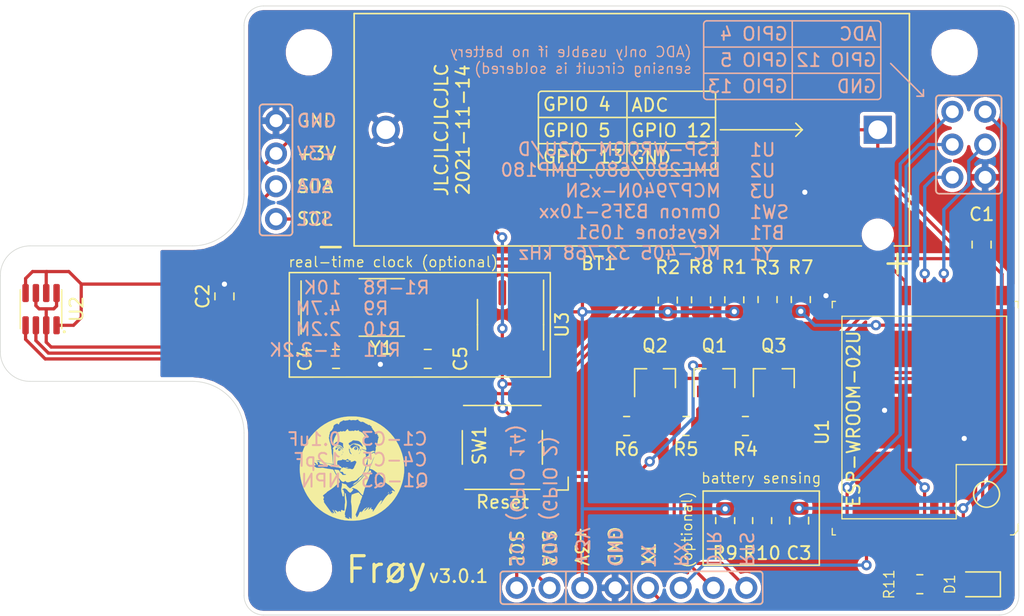
<source format=kicad_pcb>
(kicad_pcb (version 20171130) (host pcbnew 5.1.10-88a1d61d58~90~ubuntu20.04.1)
  (layers (0 F.Cu signal) (31 B.Cu signal) (34 B.Paste user hide) (35 F.Paste user hide) (36 B.SilkS user) (37 F.SilkS user) (38 B.Mask user hide) (39 F.Mask user hide) (44 Edge.Cuts user))
  (net 0 "")
  (net 1 GNDREF)
  (net 2 +3V3)
  (net 3 /BATT_SENS)
  (net 4 "Net-(D1-Pad2)")
  (net 5 /I2C_CLK)
  (net 6 /I2C_SDA)
  (net 7 /IO0)
  (net 8 /WAKE_UP)
  (net 9 /RST)
  (net 10 /LED)
  (net 11 /TXD)
  (net 12 /RXD)
  (net 13 /RTS)
  (net 14 /DTR)
  (net 15 "Net-(Q1-Pad1)")
  (net 16 "Net-(Q2-Pad1)")
  (net 17 "Net-(Q3-Pad1)")
  (net 18 "Net-(C4-Pad1)")
  (net 19 "Net-(C5-Pad1)")
  (net 20 "Net-(R7-Pad2)")
  (net 21 /GPIO13)
  (net 22 /GPIO4)
  (net 23 /GPIO12)
  (net 24 "Net-(R8-Pad2)")
  (module Crystal:Crystal_SMD_SeikoEpson_MC405-2Pin_9.6x4.1mm (layer F.Cu) (at 153.24 58.37)
    (fp_text reference Y1 (at -0.02 3.15) (layer F.SilkS))
    (fp_text value Crystal)
    (pad 2 smd rect (at 4 0) (size 4.1 4.1) (layers F.Cu F.Paste F.Mask) (net 19 "Net-(C5-Pad1)"))
    (pad 1 smd rect (at -4 0) (size 4.1 4.1) (layers F.Cu F.Paste F.Mask) (net 18 "Net-(C4-Pad1)"))
  )
  (module xrstf:PinHeader_2x03_P2.54mm_Vertical (layer F.Cu) (at 197.425 43.2045)
    (fp_text reference J3 hide)
    (fp_text value Conn_01x06)
    (pad 6 thru_hole oval (at 2.54 5.08) (size 1.7 1.7) (drill 1) (layers *.Cu *.Mask) (net 1 GNDREF))
    (pad 5 thru_hole oval (at 0 5.08) (size 1.7 1.7) (drill 1) (layers *.Cu *.Mask) (net 21 /GPIO13))
    (pad 4 thru_hole oval (at 2.54 2.54) (size 1.7 1.7) (drill 1) (layers *.Cu *.Mask) (net 23 /GPIO12))
    (pad 3 thru_hole oval (at 0 2.54) (size 1.7 1.7) (drill 1) (layers *.Cu *.Mask) (net 10 /LED))
    (pad 2 thru_hole oval (at 2.54 0) (size 1.7 1.7) (drill 1) (layers *.Cu *.Mask) (net 3 /BATT_SENS))
    (pad 1 thru_hole oval (at 0 0) (size 1.7 1.7) (drill 1) (layers *.Cu *.Mask) (net 22 /GPIO4))
  )
  (module xrstf:groucho (layer F.Cu) (at 150.93 70.85)
    (fp_text reference G1 hide)
    (fp_text value LOGO hide)
  )
  (module Package_SO:SOIC-8_3.9x4.9mm_P1.27mm (layer F.Cu) (at 163.21 59.71 270)
    (fp_text reference U3 (at 0 -3.99 270) (layer F.SilkS))
    (fp_text value MCP7940N-xSN)
    (pad 8 smd roundrect (at 2.475 -1.905 270) (size 1.95 0.6) (layers F.Cu F.Paste F.Mask) (net 2 +3V3))
    (pad 7 smd roundrect (at 2.475 -0.635 270) (size 1.95 0.6) (layers F.Cu F.Paste F.Mask))
    (pad 6 smd roundrect (at 2.475 0.635 270) (size 1.95 0.6) (layers F.Cu F.Paste F.Mask) (net 5 /I2C_CLK))
    (pad 5 smd roundrect (at 2.475 1.905 270) (size 1.95 0.6) (layers F.Cu F.Paste F.Mask) (net 6 /I2C_SDA))
    (pad 4 smd roundrect (at -2.475 1.905 270) (size 1.95 0.6) (layers F.Cu F.Paste F.Mask) (net 1 GNDREF))
    (pad 3 smd roundrect (at -2.475 0.635 270) (size 1.95 0.6) (layers F.Cu F.Paste F.Mask))
    (pad 2 smd roundrect (at -2.475 -0.635 270) (size 1.95 0.6) (layers F.Cu F.Paste F.Mask) (net 19 "Net-(C5-Pad1)"))
    (pad 1 smd roundrect (at -2.475 -1.905 270) (size 1.95 0.6) (layers F.Cu F.Paste F.Mask) (net 18 "Net-(C4-Pad1)"))
  )
  (module xrstf:PinHeader_1x04_P2.54mm_Vertical (layer F.Cu) (at 145.05 51.52 180)
    (fp_text reference J2 hide)
    (fp_text value Conn_01x04)
    (pad 1 thru_hole oval (at 0 0 180) (size 1.7 1.7) (drill 1) (layers *.Cu *.Mask) (net 5 /I2C_CLK))
    (pad 4 thru_hole oval (at 0 7.62 180) (size 1.7 1.7) (drill 1) (layers *.Cu *.Mask) (net 1 GNDREF))
    (pad 3 thru_hole oval (at 0 5.08 180) (size 1.7 1.7) (drill 1) (layers *.Cu *.Mask) (net 2 +3V3))
    (pad 2 thru_hole oval (at 0 2.54 180) (size 1.7 1.7) (drill 1) (layers *.Cu *.Mask) (net 6 /I2C_SDA))
  )
  (module Capacitor_SMD:C_0805_2012Metric (layer F.Cu) (at 156.8 62.36)
    (fp_text reference C5 (at 2.53 -0.01 90) (layer F.SilkS))
    (fp_text value 12pF)
    (pad 2 smd roundrect (at 0.95 0) (size 1 1.45) (layers F.Cu F.Paste F.Mask) (net 1 GNDREF))
    (pad 1 smd roundrect (at -0.95 0) (size 1 1.45) (layers F.Cu F.Paste F.Mask) (net 19 "Net-(C5-Pad1)"))
  )
  (module Capacitor_SMD:C_0805_2012Metric (layer F.Cu) (at 149.7 62.36 180)
    (fp_text reference C4 (at 2.41 0.01 270) (layer F.SilkS))
    (fp_text value 12pF)
    (pad 2 smd roundrect (at 0.95 0 180) (size 1 1.45) (layers F.Cu F.Paste F.Mask) (net 1 GNDREF))
    (pad 1 smd roundrect (at -0.95 0 180) (size 1 1.45) (layers F.Cu F.Paste F.Mask) (net 18 "Net-(C4-Pad1)"))
  )
  (module xrstf:PinHeader_1x08_P2.54mm_Vertical (layer F.Cu) (at 163.69 80.1 90)
    (fp_text reference J1 hide)
    (fp_text value Conn_01x08)
    (pad 1 thru_hole oval (at 0 0 90) (size 1.7 1.7) (drill 1) (layers *.Cu *.Mask) (net 5 /I2C_CLK))
    (pad 8 thru_hole oval (at 0 17.78 90) (size 1.7 1.7) (drill 1) (layers *.Cu *.Mask) (net 13 /RTS))
    (pad 7 thru_hole oval (at 0 15.24 90) (size 1.7 1.7) (drill 1) (layers *.Cu *.Mask) (net 14 /DTR))
    (pad 6 thru_hole oval (at 0 12.7 90) (size 1.7 1.7) (drill 1) (layers *.Cu *.Mask) (net 12 /RXD))
    (pad 5 thru_hole oval (at 0 10.16 90) (size 1.7 1.7) (drill 1) (layers *.Cu *.Mask) (net 11 /TXD))
    (pad 4 thru_hole oval (at 0 7.62 90) (size 1.7 1.7) (drill 1) (layers *.Cu *.Mask) (net 1 GNDREF))
    (pad 3 thru_hole oval (at 0 5.08 90) (size 1.7 1.7) (drill 1) (layers *.Cu *.Mask) (net 2 +3V3))
    (pad 2 thru_hole oval (at 0 2.54 90) (size 1.7 1.7) (drill 1) (layers *.Cu *.Mask) (net 6 /I2C_SDA))
  )
  (module LED_SMD:LED_0805_2012Metric (layer F.Cu) (at 199.46 79.83 180)
    (fp_text reference D1 (at 2.23 0 90) (layer F.SilkS) (effects (font (size 0.8 0.8) (thickness 0.1))))
    (fp_text value STATUS)
    (pad 2 smd roundrect (at 0.9375 0 180) (size 0.975 1.4) (layers F.Cu F.Paste F.Mask) (net 4 "Net-(D1-Pad2)"))
    (pad 1 smd roundrect (at -0.9375 0 180) (size 0.975 1.4) (layers F.Cu F.Paste F.Mask) (net 1 GNDREF))
  )
  (module xrstf:SW_SPST_Omron_B3FS-100xP (layer F.Cu) (at 162.576 69.22 180)
    (fp_text reference SW1 (at 1.778 0.154 90) (layer F.SilkS))
    (fp_text value SW_MEC_5E)
    (pad 3 smd rect (at -4 2.25) (size 1.6 1.4) (layers F.Cu F.Paste F.Mask) (net 1 GNDREF))
    (pad 4 smd rect (at 4 2.25) (size 1.6 1.4) (layers F.Cu F.Paste F.Mask))
    (pad 1 smd rect (at -4 -2.25) (size 1.6 1.4) (layers F.Cu F.Paste F.Mask) (net 9 /RST))
    (pad 2 smd rect (at 4 -2.25) (size 1.6 1.4) (layers F.Cu F.Paste F.Mask))
  )
  (module xrstf:BME280_680_BMP280 (layer F.Cu) (at 126.855 58.5045 270)
    (fp_text reference U2 (at -0.0045 -2.75 90) (layer F.SilkS))
    (fp_text value BME280)
    (pad 1 smd roundrect (at 1.25 -1.2 180) (size 0.5 1.4) (layers F.Cu F.Paste F.Mask) (net 1 GNDREF))
    (pad 2 smd roundrect (at 1.25 -0.4 180) (size 0.5 1.4) (layers F.Cu F.Paste F.Mask) (net 2 +3V3))
    (pad 3 smd roundrect (at 1.25 0.4 180) (size 0.5 1.4) (layers F.Cu F.Paste F.Mask) (net 6 /I2C_SDA))
    (pad 4 smd roundrect (at 1.25 1.2 180) (size 0.5 1.4) (layers F.Cu F.Paste F.Mask) (net 5 /I2C_CLK))
    (pad 5 smd roundrect (at -1.25 1.2 180) (size 0.5 1.4) (layers F.Cu F.Paste F.Mask) (net 1 GNDREF))
    (pad 6 smd roundrect (at -1.25 0.4 180) (size 0.5 1.4) (layers F.Cu F.Paste F.Mask) (net 2 +3V3))
    (pad 7 smd roundrect (at -1.25 -0.4 180) (size 0.5 1.4) (layers F.Cu F.Paste F.Mask) (net 1 GNDREF))
    (pad 8 smd roundrect (at -1.25 -1.2 180) (size 0.5 1.4) (layers F.Cu F.Paste F.Mask) (net 2 +3V3))
  )
  (module xrstf:ESP-WROOM-02U (layer F.Cu) (at 195.275 66.35 270)
    (fp_text reference U1 (at 1.68 7.935 270) (layer F.SilkS))
    (fp_text value ESP-WROOM-02U__4MB_)
    (fp_text user ESP-WROOM-02U (at 0.65 5.5 90) (layer F.SilkS))
    (pad 19 smd rect (at 0.95 1.8 270) (size 4 4) (layers F.Cu F.Paste F.Mask) (net 1 GNDREF))
    (pad 1 smd rect (at -8.9 -6 270) (size 1.5 0.9) (layers F.Cu F.Paste F.Mask) (net 2 +3V3))
    (pad 2 smd rect (at -8.9 -4.5 270) (size 1.5 0.9) (layers F.Cu F.Paste F.Mask) (net 20 "Net-(R7-Pad2)"))
    (pad 3 smd rect (at -8.9 -3 270) (size 1.5 0.9) (layers F.Cu F.Paste F.Mask) (net 5 /I2C_CLK))
    (pad 4 smd rect (at -8.9 -1.5 270) (size 1.5 0.9) (layers F.Cu F.Paste F.Mask) (net 23 /GPIO12))
    (pad 5 smd rect (at -8.9 0 270) (size 1.5 0.9) (layers F.Cu F.Paste F.Mask) (net 21 /GPIO13))
    (pad 6 smd rect (at -8.9 1.5 270) (size 1.5 0.9) (layers F.Cu F.Paste F.Mask) (net 24 "Net-(R8-Pad2)"))
    (pad 7 smd rect (at -8.9 3 270) (size 1.5 0.9) (layers F.Cu F.Paste F.Mask) (net 6 /I2C_SDA))
    (pad 8 smd rect (at -8.9 4.5 270) (size 1.5 0.9) (layers F.Cu F.Paste F.Mask) (net 7 /IO0))
    (pad 9 smd rect (at -8.9 6 270) (size 1.5 0.9) (layers F.Cu F.Paste F.Mask) (net 1 GNDREF))
    (pad 18 smd rect (at 10.1 -6 270) (size 1.5 0.9) (layers F.Cu F.Paste F.Mask) (net 1 GNDREF))
    (pad 17 smd rect (at 10.1 -4.5 270) (size 1.5 0.9) (layers F.Cu F.Paste F.Mask) (net 8 /WAKE_UP))
    (pad 16 smd rect (at 10.1 -3 270) (size 1.5 0.9) (layers F.Cu F.Paste F.Mask) (net 3 /BATT_SENS))
    (pad 15 smd rect (at 10.1 -1.5 270) (size 1.5 0.9) (layers F.Cu F.Paste F.Mask) (net 9 /RST))
    (pad 10 smd rect (at 10.1 6 270) (size 1.5 0.9) (layers F.Cu F.Paste F.Mask) (net 22 /GPIO4))
    (pad 13 smd rect (at 10.1 1.5 270) (size 1.5 0.9) (layers F.Cu F.Paste F.Mask) (net 1 GNDREF))
    (pad 14 smd rect (at 10.1 0 270) (size 1.5 0.9) (layers F.Cu F.Paste F.Mask) (net 10 /LED))
    (pad 12 smd rect (at 10.1 3 270) (size 1.5 0.9) (layers F.Cu F.Paste F.Mask) (net 11 /TXD))
    (pad 11 smd rect (at 10.1 4.5 270) (size 1.5 0.9) (layers F.Cu F.Paste F.Mask) (net 12 /RXD))
  )
  (module xrstf:CR123A_Holder_ThroughHole (layer F.Cu) (at 172.6 44.6 180)
    (fp_text reference BT1 (at 2.56 -10.354) (layer F.SilkS))
    (fp_text value CR123A)
    (fp_text user + (at -20.58 -10.22) (layer F.SilkS) (effects (font (size 2 2) (thickness 0.2))))
    (fp_text user - (at 23.31 -8.94) (layer F.SilkS) (effects (font (size 2 2) (thickness 0.2))))
    (pad 1 thru_hole rect (at -19.05 0 180) (size 2.175 2.175) (drill 1.45) (layers *.Cu *.Mask) (net 2 +3V3))
    (pad 2 thru_hole circle (at 19.05 0 180) (size 2.175 2.175) (drill 1.45) (layers *.Cu *.Mask) (net 1 GNDREF))
    (pad None np_thru_hole circle (at -19.05 -8.12 180) (size 1.9 1.9) (drill 1.9) (layers *.Cu *.Mask))
  )
  (module Resistor_SMD:R_0805_2012Metric (layer F.Cu) (at 181.4 67.56 180)
    (fp_text reference R4 (at 0 -1.8) (layer F.SilkS))
    (fp_text value 10k)
    (pad 2 smd roundrect (at 0.9125 0 180) (size 1.025 1.4) (layers F.Cu F.Paste F.Mask) (roundrect_rratio 0.2439014634146341) (net 13 /RTS))
    (pad 1 smd roundrect (at -0.9125 0 180) (size 1.025 1.4) (layers F.Cu F.Paste F.Mask) (roundrect_rratio 0.2439014634146341) (net 17 "Net-(Q3-Pad1)"))
  )
  (module Resistor_SMD:R_0805_2012Metric (layer F.Cu) (at 182.6965 74.89 270)
    (fp_text reference R10 (at 2.53 0.01 180) (layer F.SilkS))
    (fp_text value 2M2)
    (pad 2 smd roundrect (at 0.9125 0 270) (size 1.025 1.4) (layers F.Cu F.Paste F.Mask) (roundrect_rratio 0.2439014634146341) (net 1 GNDREF))
    (pad 1 smd roundrect (at -0.9125 0 270) (size 1.025 1.4) (layers F.Cu F.Paste F.Mask) (roundrect_rratio 0.2439014634146341) (net 3 /BATT_SENS))
  )
  (module Resistor_SMD:R_0805_2012Metric (layer F.Cu) (at 176.8 67.56 180)
    (fp_text reference R5 (at 0 -1.8) (layer F.SilkS))
    (fp_text value 10k)
    (pad 2 smd roundrect (at 0.9125 0 180) (size 1.025 1.4) (layers F.Cu F.Paste F.Mask) (roundrect_rratio 0.2439014634146341) (net 14 /DTR))
    (pad 1 smd roundrect (at -0.9125 0 180) (size 1.025 1.4) (layers F.Cu F.Paste F.Mask) (roundrect_rratio 0.2439014634146341) (net 15 "Net-(Q1-Pad1)"))
  )
  (module Resistor_SMD:R_0805_2012Metric (layer F.Cu) (at 172.2 67.56)
    (fp_text reference R6 (at 0 1.8) (layer F.SilkS))
    (fp_text value 10k)
    (pad 2 smd roundrect (at 0.9125 0) (size 1.025 1.4) (layers F.Cu F.Paste F.Mask) (roundrect_rratio 0.2439014634146341) (net 13 /RTS))
    (pad 1 smd roundrect (at -0.9125 0) (size 1.025 1.4) (layers F.Cu F.Paste F.Mask) (roundrect_rratio 0.2439014634146341) (net 16 "Net-(Q2-Pad1)"))
  )
  (module Resistor_SMD:R_0805_2012Metric (layer F.Cu) (at 179.834 74.89 270)
    (fp_text reference R9 (at 2.52 -0.005 180) (layer F.SilkS))
    (fp_text value 4M7)
    (pad 2 smd roundrect (at 0.9125 0 270) (size 1.025 1.4) (layers F.Cu F.Paste F.Mask) (roundrect_rratio 0.2439014634146341) (net 3 /BATT_SENS))
    (pad 1 smd roundrect (at -0.9125 0 270) (size 1.025 1.4) (layers F.Cu F.Paste F.Mask) (roundrect_rratio 0.2439014634146341) (net 2 +3V3))
  )
  (module Resistor_SMD:R_0805_2012Metric (layer F.Cu) (at 175.39 57.8 90)
    (fp_text reference R2 (at 2.535 0 180) (layer F.SilkS))
    (fp_text value 10k)
    (pad 2 smd roundrect (at 0.9125 0 90) (size 1.025 1.4) (layers F.Cu F.Paste F.Mask) (roundrect_rratio 0.2439014634146341) (net 5 /I2C_CLK))
    (pad 1 smd roundrect (at -0.9125 0 90) (size 1.025 1.4) (layers F.Cu F.Paste F.Mask) (roundrect_rratio 0.2439014634146341) (net 2 +3V3))
  )
  (module Resistor_SMD:R_0805_2012Metric (layer F.Cu) (at 194.905 79.82)
    (fp_text reference R11 (at -2.375 0.01 90) (layer F.SilkS) (effects (font (size 0.8 0.8) (thickness 0.1))))
    (fp_text value 2k2)
    (pad 2 smd roundrect (at 0.9125 0) (size 1.025 1.4) (layers F.Cu F.Paste F.Mask) (roundrect_rratio 0.2439014634146341) (net 4 "Net-(D1-Pad2)"))
    (pad 1 smd roundrect (at -0.9125 0) (size 1.025 1.4) (layers F.Cu F.Paste F.Mask) (roundrect_rratio 0.2439014634146341) (net 10 /LED))
  )
  (module Resistor_SMD:R_0805_2012Metric (layer F.Cu) (at 177.965 57.78 90)
    (fp_text reference R8 (at 2.535 0 180) (layer F.SilkS))
    (fp_text value 10k)
    (pad 2 smd roundrect (at 0.9125 0 90) (size 1.025 1.4) (layers F.Cu F.Paste F.Mask) (roundrect_rratio 0.2439014634146341) (net 24 "Net-(R8-Pad2)"))
    (pad 1 smd roundrect (at -0.9125 0 90) (size 1.025 1.4) (layers F.Cu F.Paste F.Mask) (roundrect_rratio 0.2439014634146341) (net 1 GNDREF))
  )
  (module Resistor_SMD:R_0805_2012Metric (layer F.Cu) (at 183.115 57.76 90)
    (fp_text reference R3 (at 2.46 0 180) (layer F.SilkS))
    (fp_text value 10k)
    (pad 2 smd roundrect (at 0.9125 0 90) (size 1.025 1.4) (layers F.Cu F.Paste F.Mask) (roundrect_rratio 0.2439014634146341) (net 2 +3V3))
    (pad 1 smd roundrect (at -0.9125 0 90) (size 1.025 1.4) (layers F.Cu F.Paste F.Mask) (roundrect_rratio 0.2439014634146341) (net 7 /IO0))
  )
  (module Resistor_SMD:R_0805_2012Metric (layer F.Cu) (at 185.69 57.76 270)
    (fp_text reference R7 (at -2.5 0 180) (layer F.SilkS))
    (fp_text value 10k)
    (pad 2 smd roundrect (at 0.9125 0 270) (size 1.025 1.4) (layers F.Cu F.Paste F.Mask) (roundrect_rratio 0.2439014634146341) (net 20 "Net-(R7-Pad2)"))
    (pad 1 smd roundrect (at -0.9125 0 270) (size 1.025 1.4) (layers F.Cu F.Paste F.Mask) (roundrect_rratio 0.2439014634146341) (net 2 +3V3))
  )
  (module Resistor_SMD:R_0805_2012Metric (layer F.Cu) (at 180.54 57.78 90)
    (fp_text reference R1 (at 2.535 0 180) (layer F.SilkS))
    (fp_text value 10k)
    (pad 2 smd roundrect (at 0.9125 0 90) (size 1.025 1.4) (layers F.Cu F.Paste F.Mask) (roundrect_rratio 0.2439014634146341) (net 6 /I2C_SDA))
    (pad 1 smd roundrect (at -0.9125 0 90) (size 1.025 1.4) (layers F.Cu F.Paste F.Mask) (roundrect_rratio 0.2439014634146341) (net 2 +3V3))
  )
  (module Capacitor_SMD:C_0805_2012Metric (layer F.Cu) (at 199.69 53.5 90)
    (fp_text reference C1 (at 2.35 0.01 180) (layer F.SilkS))
    (fp_text value 100nF)
    (pad 2 smd roundrect (at 0.95 0 90) (size 1 1.45) (layers F.Cu F.Paste F.Mask) (net 1 GNDREF))
    (pad 1 smd roundrect (at -0.95 0 90) (size 1 1.45) (layers F.Cu F.Paste F.Mask) (net 2 +3V3))
  )
  (module Capacitor_SMD:C_0805_2012Metric (layer F.Cu) (at 185.559 74.89 90)
    (fp_text reference C3 (at -2.525 -0.01 180) (layer F.SilkS))
    (fp_text value 100nF)
    (pad 2 smd roundrect (at 0.95 0 90) (size 1 1.45) (layers F.Cu F.Paste F.Mask) (net 3 /BATT_SENS))
    (pad 1 smd roundrect (at -0.95 0 90) (size 1 1.45) (layers F.Cu F.Paste F.Mask) (net 1 GNDREF))
  )
  (module Capacitor_SMD:C_0805_2012Metric (layer F.Cu) (at 141.055 57.51 270)
    (fp_text reference C2 (at 0.000001 1.68 90) (layer F.SilkS))
    (fp_text value 100nF)
    (pad 2 smd roundrect (at 0.95 0 270) (size 1 1.45) (layers F.Cu F.Paste F.Mask) (net 2 +3V3))
    (pad 1 smd roundrect (at -0.95 0 270) (size 1 1.45) (layers F.Cu F.Paste F.Mask) (net 1 GNDREF))
  )
  (module Package_TO_SOT_SMD:SOT-23 (layer F.Cu) (at 174.4 63.88 90)
    (fp_text reference Q2 (at 2.54 0) (layer F.SilkS))
    (fp_text value Q_NPN_BEC)
    (pad 3 smd rect (at 1 0 90) (size 0.9 0.8) (layers F.Cu F.Paste F.Mask) (net 7 /IO0))
    (pad 2 smd rect (at -1 0.95 90) (size 0.9 0.8) (layers F.Cu F.Paste F.Mask) (net 14 /DTR))
    (pad 1 smd rect (at -1 -0.95 90) (size 0.9 0.8) (layers F.Cu F.Paste F.Mask) (net 16 "Net-(Q2-Pad1)"))
  )
  (module MountingHole:MountingHole_3mm (layer F.Cu) (at 147.6 38.6)
    (fp_text reference H1 hide)
    (fp_text value NW)
    (pad 1 np_thru_hole circle (at 0 0) (size 3 3) (drill 3) (layers *.Cu *.Mask))
  )
  (module MountingHole:MountingHole_3mm (layer F.Cu) (at 197.6 38.6)
    (fp_text reference H2 hide)
    (fp_text value NE)
    (pad 1 np_thru_hole circle (at 0 0) (size 3 3) (drill 3) (layers *.Cu *.Mask))
  )
  (module MountingHole:MountingHole_3mm (layer F.Cu) (at 147.6 78.6)
    (fp_text reference H4 hide)
    (fp_text value SW)
    (pad 1 np_thru_hole circle (at 0 0) (size 3 3) (drill 3) (layers *.Cu *.Mask))
  )
  (module Package_TO_SOT_SMD:SOT-23 (layer F.Cu) (at 183.6 63.88 90)
    (fp_text reference Q3 (at 2.54 0) (layer F.SilkS))
    (fp_text value Q_NPN_BEC)
    (pad 3 smd rect (at 1 0 90) (size 0.9 0.8) (layers F.Cu F.Paste F.Mask) (net 8 /WAKE_UP))
    (pad 2 smd rect (at -1 0.95 90) (size 0.9 0.8) (layers F.Cu F.Paste F.Mask) (net 9 /RST))
    (pad 1 smd rect (at -1 -0.95 90) (size 0.9 0.8) (layers F.Cu F.Paste F.Mask) (net 17 "Net-(Q3-Pad1)"))
  )
  (module Package_TO_SOT_SMD:SOT-23 (layer F.Cu) (at 179 63.88 90)
    (fp_text reference Q1 (at 2.54 0) (layer F.SilkS))
    (fp_text value Q_NPN_BEC)
    (pad 3 smd rect (at 1 0 90) (size 0.9 0.8) (layers F.Cu F.Paste F.Mask) (net 9 /RST))
    (pad 2 smd rect (at -1 0.95 90) (size 0.9 0.8) (layers F.Cu F.Paste F.Mask) (net 13 /RTS))
    (pad 1 smd rect (at -1 -0.95 90) (size 0.9 0.8) (layers F.Cu F.Paste F.Mask) (net 15 "Net-(Q1-Pad1)"))
  )
  (gr_text TX (at 173.85 78.501 -90) (layer F.SilkS) (effects (font (size 1 1)) (justify right)))
  (gr_line (start 185.808 44.6) (end 185.3 45.108) (layer F.SilkS) (width 0.12))
  (gr_line (start 185.808 44.6) (end 185.3 44.092) (layer F.SilkS) (width 0.12))
  (gr_line (start 179.458 44.6) (end 185.808 44.6) (layer F.SilkS) (width 0.12))
  (gr_text ADC (at 172.482 42.6965) (layer F.SilkS) (effects (font (size 1 1)) (justify left)))
  (gr_arc (start 178.832 41.868) (end 178.832 41.614) (angle 90) (layer F.SilkS) (width 0.12))
  (gr_text GND (at 172.482 46.7605) (layer F.SilkS) (effects (font (size 1 1)) (justify left)))
  (gr_text "GPIO 13" (at 165.624 46.694) (layer F.SilkS) (effects (font (size 1 1)) (justify left)))
  (gr_line (start 179.086 43.646) (end 165.37 43.646) (layer F.SilkS) (width 0.12))
  (gr_text "GPIO 4" (at 165.624 42.63) (layer F.SilkS) (effects (font (size 1 1)) (justify left)))
  (gr_text "GPIO 12" (at 172.482 44.662) (layer F.SilkS) (effects (font (size 1 1)) (justify left)))
  (gr_arc (start 165.624 41.868) (end 165.37 41.868) (angle 90) (layer F.SilkS) (width 0.12))
  (gr_arc (start 178.832 47.456) (end 179.086 47.456) (angle 90) (layer F.SilkS) (width 0.12))
  (gr_line (start 172.228 47.71) (end 172.228 41.614) (layer F.SilkS) (width 0.12))
  (gr_line (start 178.832 47.71) (end 165.624 47.71) (layer F.SilkS) (width 0.12))
  (gr_text "GPIO 5" (at 165.624 44.662) (layer F.SilkS) (effects (font (size 1 1)) (justify left)))
  (gr_line (start 179.086 41.868) (end 179.086 47.456) (layer F.SilkS) (width 0.12))
  (gr_line (start 179.086 45.678) (end 165.37 45.678) (layer F.SilkS) (width 0.12))
  (gr_line (start 178.832 41.614) (end 165.624 41.614) (layer F.SilkS) (width 0.12))
  (gr_line (start 165.37 47.456) (end 165.37 41.868) (layer F.SilkS) (width 0.12))
  (gr_arc (start 165.624 47.456) (end 165.624 47.71) (angle 90) (layer F.SilkS) (width 0.12))
  (gr_text "(ADC only usable if no battery\nsensing circuit is soldered)" (at 177.3 39.21) (layer B.SilkS) (effects (font (size 0.8 0.8) (thickness 0.1)) (justify left mirror)))
  (gr_line (start 167.5 78.82) (end 167.5 81.36) (layer B.SilkS) (width 0.12))
  (gr_arc (start 182.486 79.074) (end 182.486 78.82) (angle 90) (layer B.SilkS) (width 0.12))
  (gr_arc (start 162.674 79.074) (end 162.42 79.074) (angle 90) (layer B.SilkS) (width 0.12))
  (gr_line (start 182.486 81.36) (end 162.674 81.36) (layer B.SilkS) (width 0.12))
  (gr_line (start 182.74 79.074) (end 182.74 81.106) (layer B.SilkS) (width 0.12))
  (gr_line (start 162.674 78.82) (end 182.486 78.82) (layer B.SilkS) (width 0.12))
  (gr_arc (start 182.486 81.106) (end 182.74 81.106) (angle 90) (layer B.SilkS) (width 0.12))
  (gr_line (start 172.58 78.82) (end 172.58 81.36) (layer B.SilkS) (width 0.12))
  (gr_arc (start 162.674 81.106) (end 162.674 81.36) (angle 90) (layer B.SilkS) (width 0.12))
  (gr_line (start 162.42 81.106) (end 162.42 79.074) (layer B.SilkS) (width 0.12))
  (gr_line (start 195.186 42) (end 194.678 42) (layer B.SilkS) (width 0.12))
  (gr_line (start 195.186 42) (end 195.186 41.492) (layer B.SilkS) (width 0.12))
  (gr_line (start 192.646 39.46) (end 195.186 42) (layer B.SilkS) (width 0.12))
  (gr_arc (start 178.422 42) (end 178.168 42) (angle -90) (layer B.SilkS) (width 0.12))
  (gr_arc (start 178.422 36.412) (end 178.422 36.158) (angle -90) (layer B.SilkS) (width 0.12))
  (gr_line (start 178.168 36.412) (end 178.168 42) (layer B.SilkS) (width 0.12))
  (gr_line (start 185.026 36.158) (end 185.026 42.254) (layer B.SilkS) (width 0.12))
  (gr_arc (start 191.63 36.412) (end 191.884 36.412) (angle -90) (layer B.SilkS) (width 0.12))
  (gr_arc (start 191.63 42) (end 191.63 42.254) (angle -90) (layer B.SilkS) (width 0.12))
  (gr_line (start 191.63 42.254) (end 178.422 42.254) (layer B.SilkS) (width 0.12))
  (gr_line (start 191.884 40.222) (end 178.168 40.222) (layer B.SilkS) (width 0.12))
  (gr_line (start 191.884 38.19) (end 178.168 38.19) (layer B.SilkS) (width 0.12))
  (gr_line (start 191.63 36.158) (end 178.422 36.158) (layer B.SilkS) (width 0.12))
  (gr_line (start 191.884 42) (end 191.884 36.412) (layer B.SilkS) (width 0.12))
  (gr_text GND (at 191.63 41.238) (layer B.SilkS) (effects (font (size 1 1)) (justify left mirror)))
  (gr_text "GPIO 13" (at 184.772 41.238) (layer B.SilkS) (effects (font (size 1 1)) (justify left mirror)))
  (gr_text "GPIO 12" (at 191.63 39.206) (layer B.SilkS) (effects (font (size 1 1)) (justify left mirror)))
  (gr_text ADC (at 191.63 37.174) (layer B.SilkS) (effects (font (size 1 1)) (justify left mirror)))
  (gr_text "GPIO 4" (at 184.772 37.174) (layer B.SilkS) (effects (font (size 1 1)) (justify left mirror)))
  (gr_text "GPIO 5" (at 184.772 39.206) (layer B.SilkS) (effects (font (size 1 1)) (justify left mirror)))
  (gr_line (start 144.034 42.63) (end 146.066 42.63) (layer B.SilkS) (width 0.12))
  (gr_arc (start 146.066 42.884) (end 146.066 42.63) (angle 90) (layer B.SilkS) (width 0.12))
  (gr_line (start 143.78 52.536) (end 143.78 42.884) (layer B.SilkS) (width 0.12))
  (gr_arc (start 146.066 52.536) (end 146.32 52.536) (angle 90) (layer B.SilkS) (width 0.12))
  (gr_arc (start 144.034 42.884) (end 143.78 42.884) (angle 90) (layer B.SilkS) (width 0.12))
  (gr_arc (start 144.034 52.536) (end 144.034 52.79) (angle 90) (layer B.SilkS) (width 0.12))
  (gr_line (start 146.32 42.884) (end 146.32 52.536) (layer B.SilkS) (width 0.12))
  (gr_line (start 146.066 52.79) (end 144.034 52.79) (layer B.SilkS) (width 0.12))
  (gr_text GND (at 146.574 43.9) (layer B.SilkS) (effects (font (size 1 1)) (justify right mirror)))
  (gr_text +3V (at 146.574 46.44) (layer B.SilkS) (effects (font (size 1 1)) (justify right mirror)))
  (gr_text SDA (at 146.574 48.98) (layer B.SilkS) (effects (font (size 1 1)) (justify right mirror)))
  (gr_text SCL (at 146.574 51.52) (layer B.SilkS) (effects (font (size 1 1)) (justify right mirror)))
  (gr_text "SCL (GPIO 14)" (at 163.69 78.576 -90) (layer B.SilkS) (effects (font (size 1 1)) (justify left mirror)))
  (gr_text "SDA (GPIO 2)" (at 166.23 78.576 -90) (layer B.SilkS) (effects (font (size 1 1)) (justify left mirror)))
  (gr_text +3V (at 168.77 78.576 -90) (layer B.SilkS) (effects (font (size 1 1)) (justify left mirror)))
  (gr_text GND (at 171.31 78.576 -90) (layer B.SilkS) (effects (font (size 1 1)) (justify left mirror)))
  (gr_line (start 172.58 81.37) (end 172.58 78.83) (layer F.SilkS) (width 0.12))
  (gr_line (start 167.5 81.37) (end 167.5 78.83) (layer F.SilkS) (width 0.12))
  (gr_line (start 162.674 81.37) (end 182.486 81.37) (layer F.SilkS) (width 0.12))
  (gr_line (start 162.42 79.084) (end 162.42 81.116) (layer F.SilkS) (width 0.12))
  (gr_line (start 182.486 78.83) (end 162.674 78.83) (layer F.SilkS) (width 0.12))
  (gr_line (start 182.74 81.116) (end 182.74 79.084) (layer F.SilkS) (width 0.12))
  (gr_arc (start 182.486 79.084) (end 182.74 79.084) (angle -90) (layer F.SilkS) (width 0.12))
  (gr_arc (start 182.486 81.116) (end 182.486 81.37) (angle -90) (layer F.SilkS) (width 0.12))
  (gr_arc (start 162.674 81.116) (end 162.42 81.116) (angle -90) (layer F.SilkS) (width 0.12))
  (gr_arc (start 162.674 79.084) (end 162.674 78.83) (angle -90) (layer F.SilkS) (width 0.12))
  (gr_line (start 143.78 42.884) (end 143.78 52.536) (layer F.SilkS) (width 0.12))
  (gr_line (start 146.066 42.63) (end 144.034 42.63) (layer F.SilkS) (width 0.12))
  (gr_line (start 146.32 52.536) (end 146.32 42.884) (layer F.SilkS) (width 0.12))
  (gr_line (start 144.034 52.79) (end 146.066 52.79) (layer F.SilkS) (width 0.12))
  (gr_arc (start 144.034 52.536) (end 143.78 52.536) (angle -90) (layer F.SilkS) (width 0.12))
  (gr_arc (start 146.066 52.536) (end 146.066 52.79) (angle -90) (layer F.SilkS) (width 0.12))
  (gr_arc (start 144.034 42.884) (end 144.034 42.63) (angle -90) (layer F.SilkS) (width 0.12))
  (gr_arc (start 146.066 42.884) (end 146.32 42.884) (angle -90) (layer F.SilkS) (width 0.12))
  (gr_text SCL (at 146.574 51.52) (layer F.SilkS) (effects (font (size 1 1)) (justify left)))
  (gr_text SDA (at 146.574 48.98) (layer F.SilkS) (effects (font (size 1 1)) (justify left)))
  (gr_text +3V (at 146.574 46.44) (layer F.SilkS) (effects (font (size 1 1)) (justify left)))
  (gr_text GND (at 146.574 43.9) (layer F.SilkS) (effects (font (size 1 1)) (justify left)))
  (gr_text "real-time clock (optional)" (at 145.95 54.85) (layer F.SilkS) (effects (font (size 0.8 0.8) (thickness 0.1)) (justify left)))
  (gr_line (start 146.08 63.77) (end 166.29 63.76) (layer F.SilkS) (width 0.12))
  (gr_line (start 146.08 55.68) (end 146.08 63.77) (layer F.SilkS) (width 0.12))
  (gr_line (start 166.29 55.67) (end 146.08 55.67) (layer F.SilkS) (width 0.12))
  (gr_line (start 166.29 63.76) (end 166.29 55.67) (layer F.SilkS) (width 0.12))
  (gr_text "(optional)" (at 176.874 75.6 90) (layer F.SilkS) (effects (font (size 0.8 0.8) (thickness 0.1))))
  (gr_text "battery sensing" (at 182.624 71.6) (layer F.SilkS) (effects (font (size 0.8 0.8) (thickness 0.1))))
  (gr_line (start 178.124 72.6) (end 178.124 78.35) (layer F.SilkS) (width 0.12))
  (gr_line (start 187.124 72.6) (end 178.124 72.6) (layer F.SilkS) (width 0.12))
  (gr_line (start 187.124 78.35) (end 187.124 72.6) (layer F.SilkS) (width 0.12))
  (gr_line (start 178.124 78.35) (end 187.124 78.35) (layer F.SilkS) (width 0.12))
  (gr_text SCL (at 163.63 78.501 -90) (layer F.SilkS) (effects (font (size 1 1)) (justify right)))
  (gr_text SDA (at 166.17 78.501 -90) (layer F.SilkS) (effects (font (size 1 1)) (justify right)))
  (gr_text +3V (at 168.71 78.501 -90) (layer F.SilkS) (effects (font (size 1 1)) (justify right)))
  (gr_text "ESP-WROOM-02U/D\nBME280/680, BMP180\nMCP7940N-xSN\nOmron B3FS-10xx\nKeystone 1051\nMC-405 32.768 kHz" (at 179.592 50.134) (layer B.SilkS) (effects (font (size 1 1)) (justify left mirror)))
  (gr_text "U1\nU2\nU3\nSW1\nBT1\nY1" (at 181.624 50.186) (layer B.SilkS) (effects (font (size 1 1)) (justify right mirror)))
  (gr_text "10K\n4.7M\n2.2M\n1-2.2K" (at 150.199 59.254) (layer B.SilkS) (effects (font (size 1 1)) (justify left mirror)))
  (gr_text JLCJLCJLCJLC (at 157.868 44.6 90) (layer F.SilkS) (effects (font (size 1 1))))
  (gr_text "0.1uF\n12pF\nNPN" (at 150.183 70.192) (layer B.SilkS) (effects (font (size 1 1)) (justify left mirror)))
  (gr_text "C1-C3\nC4-C5\nQ1-Q3" (at 151.533 70.172) (layer B.SilkS) (effects (font (size 1 1)) (justify right mirror)))
  (gr_text "R1-R8\nR9\nR10\nR11" (at 151.699 59.254) (layer B.SilkS) (effects (font (size 1 1)) (justify right mirror)))
  (gr_text 2021-11-14 (at 159.528 44.6 90) (layer F.SilkS) (effects (font (size 1 1))))
  (gr_text Reset (at 162.59 73.45) (layer F.SilkS) (effects (font (size 1 1))))
  (gr_text DTR (at 178.93 78.576 -90) (layer B.SilkS) (effects (font (size 1 1)) (justify left mirror)))
  (gr_text RTS (at 181.47 78.576 -90) (layer B.SilkS) (effects (font (size 1 1)) (justify left mirror)))
  (gr_text Frøy (at 153.59 78.698) (layer F.SilkS) (effects (font (size 2 2) (thickness 0.25))))
  (gr_text v3.0.1 (at 159.19 79.2) (layer F.SilkS) (effects (font (size 1 1))))
  (gr_text GND (at 171.25 78.501 -90) (layer F.SilkS) (effects (font (size 1 1)) (justify right)))
  (gr_text RX (at 176.39 78.576 -90) (layer B.SilkS) (effects (font (size 1 1)) (justify left mirror)))
  (gr_text TX (at 173.85 78.576 -90) (layer B.SilkS) (effects (font (size 1 1)) (justify left mirror)))
  (gr_arc (start 144.075 80.7045) (end 142.575 80.7045) (angle -90) (layer Edge.Cuts) (width 0.05))
  (gr_arc (start 144.075 36.5045) (end 144.075 35.0045) (angle -90) (layer Edge.Cuts) (width 0.05))
  (gr_arc (start 201.075 80.7045) (end 201.075 82.2045) (angle -90) (layer Edge.Cuts) (width 0.05))
  (gr_arc (start 201.075 36.5045) (end 202.575 36.5045) (angle -90) (layer Edge.Cuts) (width 0.05))
  (gr_arc (start 138.575 68.1) (end 142.575 68.1) (angle -90) (layer Edge.Cuts) (width 0.05))
  (gr_arc (start 138.575 49.6) (end 138.575 53.6) (angle -90) (layer Edge.Cuts) (width 0.05))
  (gr_arc (start 126 61.8) (end 123.7 61.8) (angle -90) (layer Edge.Cuts) (width 0.05))
  (gr_arc (start 126 55.9) (end 126 53.6) (angle -90) (layer Edge.Cuts) (width 0.05))
  (gr_line (start 142.575 36.5045) (end 142.575 49.6) (layer Edge.Cuts) (width 0.05))
  (gr_line (start 126 64.1) (end 138.575 64.1) (layer Edge.Cuts) (width 0.05))
  (gr_line (start 123.7 55.9) (end 123.7 61.8) (layer Edge.Cuts) (width 0.05))
  (gr_line (start 138.575 53.6) (end 126 53.6) (layer Edge.Cuts) (width 0.05))
  (gr_line (start 202.575 80.7045) (end 202.575 36.5045) (layer Edge.Cuts) (width 0.05))
  (gr_line (start 144.075 82.2045) (end 201.075 82.2045) (layer Edge.Cuts) (width 0.05))
  (gr_line (start 142.575 68.1) (end 142.575 80.7045) (layer Edge.Cuts) (width 0.05))
  (gr_line (start 201.075 35.0045) (end 144.075 35.0045) (layer Edge.Cuts) (width 0.05))
  (via (at 192.175 66.3445) (size 0.8) (drill 0.4) (layers F.Cu B.Cu) (net 1))
  (segment (start 129.965 59.1569) (end 129.965 56.57) (width 0.25) (layer F.Cu) (net 1))
  (segment (start 129.3674 59.7545) (end 129.965 59.1569) (width 0.25) (layer F.Cu) (net 1))
  (segment (start 128.055 59.7545) (end 129.3674 59.7545) (width 0.25) (layer F.Cu) (net 1))
  (segment (start 129.975 56.56) (end 141.325 56.56) (width 0.25) (layer F.Cu) (net 1))
  (segment (start 125.655 57.2545) (end 125.655 56.13) (width 0.25) (layer F.Cu) (net 1))
  (segment (start 125.655 56.13) (end 126.195 55.59) (width 0.25) (layer F.Cu) (net 1))
  (segment (start 129.005 55.59) (end 129.975 56.56) (width 0.25) (layer F.Cu) (net 1))
  (segment (start 127.255 55.62) (end 127.285 55.59) (width 0.25) (layer F.Cu) (net 1))
  (segment (start 127.255 57.2545) (end 127.255 55.62) (width 0.25) (layer F.Cu) (net 1))
  (segment (start 127.285 55.59) (end 129.005 55.59) (width 0.25) (layer F.Cu) (net 1))
  (segment (start 126.195 55.59) (end 127.285 55.59) (width 0.25) (layer F.Cu) (net 1))
  (via (at 187.64 57.46) (size 0.8) (drill 0.4) (layers F.Cu B.Cu) (net 1))
  (segment (start 187.65 57.45) (end 187.64 57.46) (width 0.25) (layer F.Cu) (net 1))
  (segment (start 189.225 57.45) (end 187.65 57.45) (width 0.25) (layer F.Cu) (net 1))
  (via (at 186 49.44) (size 0.8) (drill 0.4) (layers F.Cu B.Cu) (net 1))
  (via (at 198.345 68.5245) (size 0.8) (drill 0.4) (layers F.Cu B.Cu) (net 1))
  (via (at 141.055 56.5645) (size 0.8) (drill 0.4) (layers F.Cu B.Cu) (net 1))
  (via (at 153.13 62.78) (size 0.8) (drill 0.4) (layers F.Cu B.Cu) (net 1))
  (segment (start 127.255 59.7545) (end 127.255 58.4772) (width 0.25) (layer F.Cu) (net 2))
  (segment (start 126.455 58.2328) (end 126.6994 58.4772) (width 0.25) (layer F.Cu) (net 2))
  (segment (start 126.6994 58.4772) (end 127.255 58.4772) (width 0.25) (layer F.Cu) (net 2))
  (segment (start 126.455 57.2545) (end 126.455 58.2328) (width 0.25) (layer F.Cu) (net 2))
  (segment (start 127.8378 58.4772) (end 127.255 58.4772) (width 0.25) (layer F.Cu) (net 2))
  (segment (start 128.055 58.26) (end 127.8378 58.4772) (width 0.25) (layer F.Cu) (net 2))
  (segment (start 128.055 57.2545) (end 128.055 58.26) (width 0.25) (layer F.Cu) (net 2))
  (via (at 175.39 58.7125) (size 0.8) (drill 0.4) (layers F.Cu B.Cu) (net 2))
  (segment (start 168.7775 58.7125) (end 168.77 58.72) (width 0.25) (layer B.Cu) (net 2))
  (via (at 180.54 58.6925) (size 0.8) (drill 0.4) (layers F.Cu B.Cu) (net 2))
  (segment (start 180.52 58.7125) (end 180.54 58.6925) (width 0.25) (layer B.Cu) (net 2))
  (segment (start 175.39 58.7125) (end 180.52 58.7125) (width 0.25) (layer B.Cu) (net 2))
  (via (at 168.7775 58.7125) (size 0.8) (drill 0.4) (layers F.Cu B.Cu) (net 2))
  (segment (start 175.39 58.7125) (end 168.7775 58.7125) (width 0.25) (layer B.Cu) (net 2))
  (segment (start 181.64 57.78) (end 181.97 57.78) (width 0.25) (layer F.Cu) (net 2))
  (segment (start 180.7275 58.6925) (end 181.64 57.78) (width 0.25) (layer F.Cu) (net 2))
  (segment (start 182.842491 56.907509) (end 182.842491 56.8475) (width 0.25) (layer F.Cu) (net 2))
  (segment (start 181.97 57.78) (end 182.842491 56.907509) (width 0.25) (layer F.Cu) (net 2))
  (segment (start 180.54 58.6925) (end 180.7275 58.6925) (width 0.25) (layer F.Cu) (net 2))
  (segment (start 179.834 73.9775) (end 179.834 73.9775) (width 0.25) (layer F.Cu) (net 2))
  (via (at 179.834 73.9775) (size 0.8) (drill 0.4) (layers F.Cu B.Cu) (net 2))
  (segment (start 168.77 73.97) (end 168.77 58.72) (width 0.25) (layer B.Cu) (net 2))
  (segment (start 168.77 80.1) (end 168.77 73.97) (width 0.25) (layer B.Cu) (net 2))
  (segment (start 143.26 57.42) (end 142.22 58.46) (width 0.25) (layer F.Cu) (net 2))
  (segment (start 143.26 48.23) (end 143.26 57.42) (width 0.25) (layer F.Cu) (net 2))
  (segment (start 145.05 46.44) (end 143.26 48.23) (width 0.25) (layer F.Cu) (net 2))
  (segment (start 142.22 58.46) (end 141.055 58.46) (width 0.25) (layer F.Cu) (net 2))
  (segment (start 141.054986 60.571014) (end 141.054986 58.46) (width 0.25) (layer F.Cu) (net 2))
  (segment (start 140.186 61.44) (end 141.054986 60.571014) (width 0.25) (layer F.Cu) (net 2))
  (segment (start 127.635 61.44) (end 140.186 61.44) (width 0.25) (layer F.Cu) (net 2))
  (segment (start 127.255 61.06) (end 127.635 61.44) (width 0.25) (layer F.Cu) (net 2))
  (segment (start 127.255 59.7545) (end 127.255 61.06) (width 0.25) (layer F.Cu) (net 2))
  (segment (start 183.115 56.8475) (end 185.69 56.8475) (width 0.25) (layer F.Cu) (net 2))
  (segment (start 199.93 54.45) (end 199.69 54.45) (width 0.25) (layer F.Cu) (net 2))
  (segment (start 201.275 55.795) (end 199.93 54.45) (width 0.25) (layer F.Cu) (net 2))
  (segment (start 201.275 57.45) (end 201.275 55.795) (width 0.25) (layer F.Cu) (net 2))
  (segment (start 198.41 54.45) (end 199.69 54.45) (width 0.25) (layer F.Cu) (net 2))
  (segment (start 191.65 47.69) (end 198.41 54.45) (width 0.25) (layer F.Cu) (net 2))
  (segment (start 191.65 44.6) (end 191.65 47.69) (width 0.25) (layer F.Cu) (net 2))
  (segment (start 191.65 44.6) (end 168.7775 44.6) (width 0.25) (layer F.Cu) (net 2))
  (segment (start 166.2995 42.122) (end 168.7775 44.6) (width 0.25) (layer F.Cu) (net 2))
  (segment (start 149.368 42.122) (end 166.2995 42.122) (width 0.25) (layer F.Cu) (net 2))
  (segment (start 145.05 46.44) (end 149.368 42.122) (width 0.25) (layer F.Cu) (net 2))
  (segment (start 168.7775 73.9775) (end 168.77 73.97) (width 0.25) (layer B.Cu) (net 2))
  (segment (start 179.834 73.9775) (end 168.7775 73.9775) (width 0.25) (layer B.Cu) (net 2))
  (segment (start 168.772 57.113) (end 168.7775 57.1075) (width 0.25) (layer F.Cu) (net 2))
  (segment (start 168.7775 57.1075) (end 168.7775 58.7125) (width 0.25) (layer F.Cu) (net 2))
  (segment (start 168.7775 44.6) (end 168.7775 57.1075) (width 0.25) (layer F.Cu) (net 2))
  (segment (start 165.115 60.325) (end 165.115 62.185) (width 0.25) (layer F.Cu) (net 2))
  (segment (start 166.7275 58.7125) (end 165.115 60.325) (width 0.25) (layer F.Cu) (net 2))
  (segment (start 168.7775 58.7125) (end 166.7275 58.7125) (width 0.25) (layer F.Cu) (net 2))
  (segment (start 185.5215 73.9775) (end 185.559 73.94) (width 0.25) (layer F.Cu) (net 3))
  (segment (start 182.6965 73.9775) (end 185.5215 73.9775) (width 0.25) (layer F.Cu) (net 3))
  (segment (start 181.259 75.42) (end 181.259 74.38) (width 0.25) (layer F.Cu) (net 3))
  (segment (start 181.6615 73.9775) (end 182.6965 73.9775) (width 0.25) (layer F.Cu) (net 3))
  (segment (start 180.8765 75.8025) (end 181.259 75.42) (width 0.25) (layer F.Cu) (net 3))
  (segment (start 181.259 74.38) (end 181.6615 73.9775) (width 0.25) (layer F.Cu) (net 3))
  (segment (start 179.834 75.8025) (end 180.8765 75.8025) (width 0.25) (layer F.Cu) (net 3))
  (via (at 185.559 73.94) (size 0.8) (drill 0.4) (layers F.Cu B.Cu) (net 3))
  (via (at 198.265 73.9345) (size 0.8) (drill 0.4) (layers F.Cu B.Cu) (net 3))
  (segment (start 198.275 73.9445) (end 198.265 73.9345) (width 0.25) (layer F.Cu) (net 3))
  (segment (start 198.275 76.45) (end 198.275 73.9445) (width 0.25) (layer F.Cu) (net 3))
  (segment (start 201.225 70.9745) (end 198.265 73.9345) (width 0.25) (layer B.Cu) (net 3))
  (segment (start 201.225 44.4645) (end 201.225 70.9745) (width 0.25) (layer B.Cu) (net 3))
  (segment (start 199.965 43.2045) (end 201.225 44.4645) (width 0.25) (layer B.Cu) (net 3))
  (segment (start 198.2595 73.94) (end 198.265 73.9345) (width 0.25) (layer B.Cu) (net 3))
  (segment (start 185.559 73.94) (end 198.2595 73.94) (width 0.25) (layer B.Cu) (net 3))
  (segment (start 197.2225 79.82) (end 197.2325 79.83) (width 0.25) (layer F.Cu) (net 4))
  (segment (start 195.8175 79.82) (end 198.5125 79.82) (width 0.25) (layer F.Cu) (net 4))
  (segment (start 175.5725 56.8875) (end 175.39 56.8875) (width 0.25) (layer F.Cu) (net 5))
  (segment (start 177.890019 54.589981) (end 175.5925 56.8875) (width 0.25) (layer F.Cu) (net 5))
  (segment (start 197.370481 54.589981) (end 177.890019 54.589981) (width 0.25) (layer F.Cu) (net 5))
  (segment (start 198.27 55.4895) (end 197.370481 54.589981) (width 0.25) (layer F.Cu) (net 5))
  (segment (start 198.27 57.445) (end 198.27 55.4895) (width 0.25) (layer F.Cu) (net 5))
  (segment (start 175.5925 56.8875) (end 175.39 56.8875) (width 0.25) (layer F.Cu) (net 5))
  (segment (start 198.275 57.45) (end 198.27 57.445) (width 0.25) (layer F.Cu) (net 5))
  (segment (start 162.575 64.285) (end 162.59 64.3) (width 0.25) (layer F.Cu) (net 5))
  (via (at 162.59 64.3) (size 0.8) (drill 0.4) (layers F.Cu B.Cu) (net 5))
  (segment (start 162.575 62.185) (end 162.575 64.285) (width 0.25) (layer F.Cu) (net 5))
  (segment (start 173.6025 56.8875) (end 175.39 56.8875) (width 0.25) (layer F.Cu) (net 5))
  (segment (start 166.19 64.3) (end 173.6025 56.8875) (width 0.25) (layer F.Cu) (net 5))
  (segment (start 162.59 64.3) (end 166.19 64.3) (width 0.25) (layer F.Cu) (net 5))
  (segment (start 125.655 60.84) (end 125.655 59.7545) (width 0.25) (layer F.Cu) (net 5))
  (segment (start 142.63 62.36) (end 127.175 62.36) (width 0.25) (layer F.Cu) (net 5))
  (segment (start 127.175 62.36) (end 125.655 60.84) (width 0.25) (layer F.Cu) (net 5))
  (segment (start 144.94 64.67) (end 142.63 62.36) (width 0.25) (layer F.Cu) (net 5))
  (segment (start 161.1 64.67) (end 144.94 64.67) (width 0.25) (layer F.Cu) (net 5))
  (segment (start 163.69 67.26) (end 162.605 66.175) (width 0.25) (layer F.Cu) (net 5))
  (segment (start 163.69 80.1) (end 163.69 67.26) (width 0.25) (layer F.Cu) (net 5))
  (segment (start 162.59 64.3) (end 162.59 66.16) (width 0.25) (layer B.Cu) (net 5))
  (segment (start 162.605 66.175) (end 161.1 64.67) (width 0.25) (layer F.Cu) (net 5))
  (via (at 162.605 66.175) (size 0.8) (drill 0.4) (layers F.Cu B.Cu) (net 5))
  (via (at 162.58 60) (size 0.8) (drill 0.4) (layers F.Cu B.Cu) (net 5))
  (segment (start 162.575 60.005) (end 162.58 60) (width 0.25) (layer F.Cu) (net 5))
  (segment (start 162.575 62.185) (end 162.575 60.005) (width 0.25) (layer F.Cu) (net 5))
  (via (at 162.56 52.94) (size 0.8) (drill 0.4) (layers F.Cu B.Cu) (net 5))
  (segment (start 162.58 52.96) (end 162.56 52.94) (width 0.25) (layer B.Cu) (net 5))
  (segment (start 162.58 60) (end 162.58 52.96) (width 0.25) (layer B.Cu) (net 5))
  (segment (start 161.14 51.52) (end 145.05 51.52) (width 0.25) (layer F.Cu) (net 5))
  (segment (start 162.56 52.94) (end 161.14 51.52) (width 0.25) (layer F.Cu) (net 5))
  (segment (start 127.425 61.91) (end 142.84 61.91) (width 0.25) (layer F.Cu) (net 6))
  (segment (start 126.455 60.94) (end 127.425 61.91) (width 0.25) (layer F.Cu) (net 6))
  (segment (start 126.455 59.7545) (end 126.455 60.94) (width 0.25) (layer F.Cu) (net 6))
  (segment (start 180.7325 56.8675) (end 180.3625 56.8675) (width 0.25) (layer F.Cu) (net 6))
  (segment (start 145.05 48.98) (end 143.710011 50.319989) (width 0.25) (layer F.Cu) (net 6))
  (segment (start 143.710011 50.319989) (end 143.710011 57.629989) (width 0.25) (layer F.Cu) (net 6))
  (segment (start 143.710011 57.629989) (end 142.84 58.5) (width 0.25) (layer F.Cu) (net 6))
  (segment (start 142.84 58.5) (end 142.84 61.91) (width 0.25) (layer F.Cu) (net 6))
  (segment (start 161.305 62.185) (end 161.305 64.215) (width 0.25) (layer F.Cu) (net 6))
  (segment (start 145.145 64.215) (end 161.305 64.215) (width 0.25) (layer F.Cu) (net 6))
  (segment (start 142.84 61.91) (end 145.145 64.215) (width 0.25) (layer F.Cu) (net 6))
  (segment (start 164.14 65.056) (end 164.134 65.05) (width 0.25) (layer F.Cu) (net 6))
  (segment (start 164.14 78.01) (end 164.14 65.056) (width 0.25) (layer F.Cu) (net 6))
  (segment (start 166.23 80.1) (end 164.14 78.01) (width 0.25) (layer F.Cu) (net 6))
  (segment (start 191.46 55.49) (end 192.275 56.305) (width 0.25) (layer F.Cu) (net 6))
  (segment (start 182.1 55.49) (end 191.46 55.49) (width 0.25) (layer F.Cu) (net 6))
  (segment (start 180.7225 56.8675) (end 182.1 55.49) (width 0.25) (layer F.Cu) (net 6))
  (segment (start 180.523332 56.8675) (end 180.7225 56.8675) (width 0.25) (layer F.Cu) (net 6))
  (segment (start 179.665822 57.72501) (end 180.523332 56.8675) (width 0.25) (layer F.Cu) (net 6))
  (segment (start 173.41499 57.72501) (end 179.665822 57.72501) (width 0.25) (layer F.Cu) (net 6))
  (segment (start 162.14 65.05) (end 166.09 65.05) (width 0.25) (layer F.Cu) (net 6))
  (segment (start 192.275 56.305) (end 192.275 57.45) (width 0.25) (layer F.Cu) (net 6))
  (segment (start 166.09 65.05) (end 173.41499 57.72501) (width 0.25) (layer F.Cu) (net 6))
  (segment (start 161.305 64.215) (end 162.14 65.05) (width 0.25) (layer F.Cu) (net 6))
  (segment (start 174.4 62.05) (end 175.68 60.77) (width 0.25) (layer F.Cu) (net 7))
  (segment (start 174.4 62.88) (end 174.4 62.05) (width 0.25) (layer F.Cu) (net 7))
  (segment (start 183.09 60.75) (end 183.07 60.77) (width 0.25) (layer F.Cu) (net 7))
  (segment (start 183.09 58.6725) (end 183.09 60.75) (width 0.25) (layer F.Cu) (net 7))
  (segment (start 175.68 60.77) (end 183.07 60.77) (width 0.25) (layer F.Cu) (net 7))
  (segment (start 188.66 60.77) (end 183.07 60.77) (width 0.25) (layer F.Cu) (net 7))
  (segment (start 190.775 58.655) (end 188.66 60.77) (width 0.25) (layer F.Cu) (net 7))
  (segment (start 190.775 57.45) (end 190.775 58.655) (width 0.25) (layer F.Cu) (net 7))
  (segment (start 184.41 62.88) (end 183.6 62.88) (width 0.25) (layer F.Cu) (net 8))
  (segment (start 184.95 63.42) (end 184.41 62.88) (width 0.25) (layer F.Cu) (net 8))
  (segment (start 197.0305 63.42) (end 184.95 63.42) (width 0.25) (layer F.Cu) (net 8))
  (segment (start 199.775 66.1645) (end 197.0305 63.42) (width 0.25) (layer F.Cu) (net 8))
  (segment (start 199.775 76.45) (end 199.775 66.1645) (width 0.25) (layer F.Cu) (net 8))
  (segment (start 196.62 76.445) (end 196.625 76.45) (width 0.25) (layer F.Cu) (net 9))
  (segment (start 180.775 62.88) (end 181.775 63.88) (width 0.25) (layer F.Cu) (net 9))
  (segment (start 179 62.88) (end 180.775 62.88) (width 0.25) (layer F.Cu) (net 9))
  (segment (start 184.55 63.89) (end 184.54 63.88) (width 0.25) (layer F.Cu) (net 9))
  (segment (start 184.55 64.88) (end 184.55 63.89) (width 0.25) (layer F.Cu) (net 9))
  (segment (start 181.775 63.88) (end 184.54 63.88) (width 0.25) (layer F.Cu) (net 9))
  (via (at 177.35 62.88) (size 0.8) (drill 0.4) (layers F.Cu B.Cu) (net 9))
  (segment (start 179 62.88) (end 177.35 62.88) (width 0.25) (layer F.Cu) (net 9))
  (via (at 173.99 70.31) (size 0.8) (drill 0.4) (layers F.Cu B.Cu) (net 9))
  (segment (start 177.35 62.88) (end 177.35 66.95) (width 0.25) (layer B.Cu) (net 9))
  (segment (start 177.35 66.95) (end 173.99 70.31) (width 0.25) (layer B.Cu) (net 9))
  (segment (start 195.8805 63.88) (end 184.54 63.88) (width 0.25) (layer F.Cu) (net 9))
  (segment (start 196.775 64.7745) (end 195.8805 63.88) (width 0.25) (layer F.Cu) (net 9))
  (segment (start 196.775 76.45) (end 196.775 64.7745) (width 0.25) (layer F.Cu) (net 9))
  (segment (start 172.83 71.47) (end 173.99 70.31) (width 0.25) (layer F.Cu) (net 9))
  (segment (start 166.576 71.47) (end 172.83 71.47) (width 0.25) (layer F.Cu) (net 9))
  (segment (start 195.12 76.445) (end 195.125 76.45) (width 0.25) (layer F.Cu) (net 10))
  (segment (start 193.9925 78.767) (end 193.9925 79.82) (width 0.25) (layer F.Cu) (net 10))
  (segment (start 195.275 77.4845) (end 193.9925 78.767) (width 0.25) (layer F.Cu) (net 10))
  (segment (start 195.275 76.45) (end 195.275 77.4845) (width 0.25) (layer F.Cu) (net 10))
  (segment (start 195.275 72.3345) (end 195.285 72.3245) (width 0.25) (layer F.Cu) (net 10))
  (via (at 195.285 72.3245) (size 0.8) (drill 0.4) (layers F.Cu B.Cu) (net 10))
  (segment (start 195.275 76.45) (end 195.275 72.3345) (width 0.25) (layer F.Cu) (net 10))
  (segment (start 193.845 70.8845) (end 195.285 72.3245) (width 0.25) (layer B.Cu) (net 10))
  (segment (start 193.845 47.4645) (end 193.845 70.8845) (width 0.25) (layer B.Cu) (net 10))
  (segment (start 195.565 45.7445) (end 193.845 47.4645) (width 0.25) (layer B.Cu) (net 10))
  (segment (start 197.425 45.7445) (end 195.565 45.7445) (width 0.25) (layer B.Cu) (net 10))
  (segment (start 175.39 81.64) (end 173.85 80.1) (width 0.25) (layer F.Cu) (net 11))
  (segment (start 189.6595 81.64) (end 175.39 81.64) (width 0.25) (layer F.Cu) (net 11))
  (segment (start 192.275 79.0245) (end 189.6595 81.64) (width 0.25) (layer F.Cu) (net 11))
  (segment (start 192.275 76.45) (end 192.275 79.0245) (width 0.25) (layer F.Cu) (net 11))
  (via (at 190.775 78.3445) (size 0.8) (drill 0.4) (layers F.Cu B.Cu) (net 12))
  (segment (start 176.39 80.1) (end 178.1455 78.3445) (width 0.25) (layer B.Cu) (net 12))
  (segment (start 178.1455 78.3445) (end 190.775 78.3445) (width 0.25) (layer B.Cu) (net 12))
  (segment (start 190.775 76.45) (end 190.775 78.3445) (width 0.25) (layer F.Cu) (net 12))
  (segment (start 180.0175 64.9475) (end 179.95 64.88) (width 0.25) (layer F.Cu) (net 13))
  (segment (start 180.4875 66.3675) (end 180.4875 67.56) (width 0.25) (layer F.Cu) (net 13))
  (segment (start 179.95 65.83) (end 180.4875 66.3675) (width 0.25) (layer F.Cu) (net 13))
  (segment (start 179.95 64.88) (end 179.95 65.83) (width 0.25) (layer F.Cu) (net 13))
  (segment (start 179.58 78.21) (end 181.47 80.1) (width 0.25) (layer F.Cu) (net 13))
  (segment (start 177.72 78.21) (end 179.58 78.21) (width 0.25) (layer F.Cu) (net 13))
  (segment (start 176.4 76.89) (end 177.72 78.21) (width 0.25) (layer F.Cu) (net 13))
  (segment (start 176.4 70.4) (end 176.4 76.89) (width 0.25) (layer F.Cu) (net 13))
  (segment (start 177.21 69.59) (end 176.4 70.4) (width 0.25) (layer F.Cu) (net 13))
  (segment (start 179.67 69.59) (end 177.21 69.59) (width 0.25) (layer F.Cu) (net 13))
  (segment (start 180.4875 68.7725) (end 179.67 69.59) (width 0.25) (layer F.Cu) (net 13))
  (segment (start 180.4875 67.56) (end 180.4875 68.7725) (width 0.25) (layer F.Cu) (net 13))
  (segment (start 174.08 66.03) (end 173.49 66.03) (width 0.25) (layer F.Cu) (net 13))
  (segment (start 174.4 65.71) (end 174.08 66.03) (width 0.25) (layer F.Cu) (net 13))
  (segment (start 174.4 64.22) (end 174.4 65.71) (width 0.25) (layer F.Cu) (net 13))
  (segment (start 174.75 63.87) (end 174.4 64.22) (width 0.25) (layer F.Cu) (net 13))
  (segment (start 173.1125 66.4075) (end 173.1125 67.56) (width 0.25) (layer F.Cu) (net 13))
  (segment (start 179.68 63.87) (end 174.75 63.87) (width 0.25) (layer F.Cu) (net 13))
  (segment (start 179.95 64.14) (end 179.68 63.87) (width 0.25) (layer F.Cu) (net 13))
  (segment (start 173.49 66.03) (end 173.1125 66.4075) (width 0.25) (layer F.Cu) (net 13))
  (segment (start 179.95 64.88) (end 179.95 64.14) (width 0.25) (layer F.Cu) (net 13))
  (segment (start 175.8875 66.3475) (end 175.8875 67.56) (width 0.25) (layer F.Cu) (net 14))
  (segment (start 175.35 65.81) (end 175.8875 66.3475) (width 0.25) (layer F.Cu) (net 14))
  (segment (start 175.35 64.88) (end 175.35 65.81) (width 0.25) (layer F.Cu) (net 14))
  (segment (start 178.863589 80.1) (end 178.93 80.1) (width 0.25) (layer F.Cu) (net 14))
  (segment (start 175.8875 77.123911) (end 178.863589 80.1) (width 0.25) (layer F.Cu) (net 14))
  (segment (start 175.8875 67.56) (end 175.8875 77.123911) (width 0.25) (layer F.Cu) (net 14))
  (segment (start 177.7125 66.2775) (end 177.7125 67.56) (width 0.25) (layer F.Cu) (net 15))
  (segment (start 178.05 65.94) (end 177.7125 66.2775) (width 0.25) (layer F.Cu) (net 15))
  (segment (start 178.05 64.88) (end 178.05 65.94) (width 0.25) (layer F.Cu) (net 15))
  (segment (start 173.45 64.88) (end 172.01 64.88) (width 0.25) (layer F.Cu) (net 16))
  (segment (start 171.2875 65.6025) (end 171.2875 67.56) (width 0.25) (layer F.Cu) (net 16))
  (segment (start 172.01 64.88) (end 171.2875 65.6025) (width 0.25) (layer F.Cu) (net 16))
  (segment (start 182.3125 66.2675) (end 182.3125 67.56) (width 0.25) (layer F.Cu) (net 17))
  (segment (start 182.65 65.93) (end 182.3125 66.2675) (width 0.25) (layer F.Cu) (net 17))
  (segment (start 182.65 64.88) (end 182.65 65.93) (width 0.25) (layer F.Cu) (net 17))
  (segment (start 149.24 55.92) (end 149.24 58.37) (width 0.25) (layer F.Cu) (net 18))
  (segment (start 163.82 54.61) (end 150.55 54.61) (width 0.25) (layer F.Cu) (net 18))
  (segment (start 150.55 54.61) (end 149.24 55.92) (width 0.25) (layer F.Cu) (net 18))
  (segment (start 165.115 55.905) (end 163.82 54.61) (width 0.25) (layer F.Cu) (net 18))
  (segment (start 165.115 57.235) (end 165.115 55.905) (width 0.25) (layer F.Cu) (net 18))
  (segment (start 150.65 59.78) (end 149.24 58.37) (width 0.25) (layer F.Cu) (net 18))
  (segment (start 150.65 62.36) (end 150.65 59.78) (width 0.25) (layer F.Cu) (net 18))
  (segment (start 157.24 55.95) (end 157.24 58.37) (width 0.25) (layer F.Cu) (net 19))
  (segment (start 158.02 55.17) (end 157.24 55.95) (width 0.25) (layer F.Cu) (net 19))
  (segment (start 163.1 55.17) (end 158.02 55.17) (width 0.25) (layer F.Cu) (net 19))
  (segment (start 163.845 55.915) (end 163.1 55.17) (width 0.25) (layer F.Cu) (net 19))
  (segment (start 163.845 57.235) (end 163.845 55.915) (width 0.25) (layer F.Cu) (net 19))
  (segment (start 155.85 59.76) (end 157.24 58.37) (width 0.25) (layer F.Cu) (net 19))
  (segment (start 155.85 62.36) (end 155.85 59.76) (width 0.25) (layer F.Cu) (net 19))
  (via (at 185.69 58.6725) (size 0.8) (drill 0.4) (layers F.Cu B.Cu) (net 20))
  (via (at 191.505 59.7445) (size 0.8) (drill 0.4) (layers F.Cu B.Cu) (net 20))
  (segment (start 199.775 57.45) (end 199.775 58.7445) (width 0.25) (layer F.Cu) (net 20))
  (segment (start 199.775 58.7445) (end 198.775 59.7445) (width 0.25) (layer F.Cu) (net 20))
  (segment (start 198.775 59.7445) (end 191.505 59.7445) (width 0.25) (layer F.Cu) (net 20))
  (segment (start 191.495 59.7545) (end 191.505 59.7445) (width 0.25) (layer B.Cu) (net 20))
  (segment (start 186.772 59.7545) (end 191.495 59.7545) (width 0.25) (layer B.Cu) (net 20))
  (segment (start 185.69 58.6725) (end 186.772 59.7545) (width 0.25) (layer B.Cu) (net 20))
  (via (at 195.285 55.7445) (size 0.8) (drill 0.4) (layers F.Cu B.Cu) (net 21))
  (segment (start 195.275 55.7545) (end 195.285 55.7445) (width 0.25) (layer F.Cu) (net 21))
  (segment (start 195.275 57.45) (end 195.275 55.7545) (width 0.25) (layer F.Cu) (net 21))
  (segment (start 196.015 48.2845) (end 197.425 48.2845) (width 0.25) (layer B.Cu) (net 21))
  (segment (start 195.285 49.0145) (end 196.015 48.2845) (width 0.25) (layer B.Cu) (net 21))
  (segment (start 195.285 55.7445) (end 195.285 49.0145) (width 0.25) (layer B.Cu) (net 21))
  (via (at 189.275 72.3145) (size 0.8) (drill 0.4) (layers F.Cu B.Cu) (net 22))
  (segment (start 189.275 76.45) (end 189.275 72.3145) (width 0.25) (layer F.Cu) (net 22))
  (segment (start 193.385 68.2345) (end 189.305 72.3145) (width 0.25) (layer B.Cu) (net 22))
  (segment (start 189.305 72.3145) (end 189.275 72.3145) (width 0.25) (layer B.Cu) (net 22))
  (segment (start 193.385 47.2445) (end 193.385 68.2345) (width 0.25) (layer B.Cu) (net 22))
  (segment (start 197.425 43.2045) (end 193.385 47.2445) (width 0.25) (layer B.Cu) (net 22))
  (segment (start 196.775 57.45) (end 196.775 55.7445) (width 0.25) (layer F.Cu) (net 23))
  (via (at 196.765 55.7345) (size 0.8) (drill 0.4) (layers F.Cu B.Cu) (net 23))
  (segment (start 196.775 55.7445) (end 196.765 55.7345) (width 0.25) (layer F.Cu) (net 23))
  (segment (start 196.765 50.7845) (end 196.765 55.7345) (width 0.25) (layer B.Cu) (net 23))
  (segment (start 198.695 48.8545) (end 196.765 50.7845) (width 0.25) (layer B.Cu) (net 23))
  (segment (start 198.695 47.0145) (end 198.695 48.8545) (width 0.25) (layer B.Cu) (net 23))
  (segment (start 199.965 45.7445) (end 198.695 47.0145) (width 0.25) (layer B.Cu) (net 23))
  (segment (start 178.1625 56.8675) (end 177.97 56.8675) (width 0.25) (layer F.Cu) (net 24))
  (segment (start 178.1525 56.8675) (end 177.956666 56.8675) (width 0.25) (layer F.Cu) (net 24))
  (segment (start 179.98001 55.03999) (end 178.1525 56.8675) (width 0.25) (layer F.Cu) (net 24))
  (segment (start 192.46999 55.03999) (end 179.98001 55.03999) (width 0.25) (layer F.Cu) (net 24))
  (segment (start 193.775 56.345) (end 192.46999 55.03999) (width 0.25) (layer F.Cu) (net 24))
  (segment (start 193.775 57.45) (end 193.775 56.345) (width 0.25) (layer F.Cu) (net 24))
  (zone (net 1) (net_name GNDREF) (layer B.Cu) (connect_pads (clearance 0.3)) (min_thickness 0.254) (fill yes (arc_segments 32) (thermal_gap 0.25) (thermal_bridge_width 0.508))
    (polygon (pts (xy 202.975 34.6045) (xy 202.975 82.2045) (xy 136.1 82.15) (xy 136.1 34.55)))
  )
  (zone (net 1) (net_name GNDREF) (layer F.Cu) (connect_pads (clearance 0.3)) (min_thickness 0.254) (fill yes (arc_segments 32) (thermal_gap 0.25) (thermal_bridge_width 0.508))
    (polygon (pts (xy 202.99 34.725086) (xy 202.960001 82.283914) (xy 136.1 82.157456) (xy 136.1 34.542544)))
  )
)
</source>
